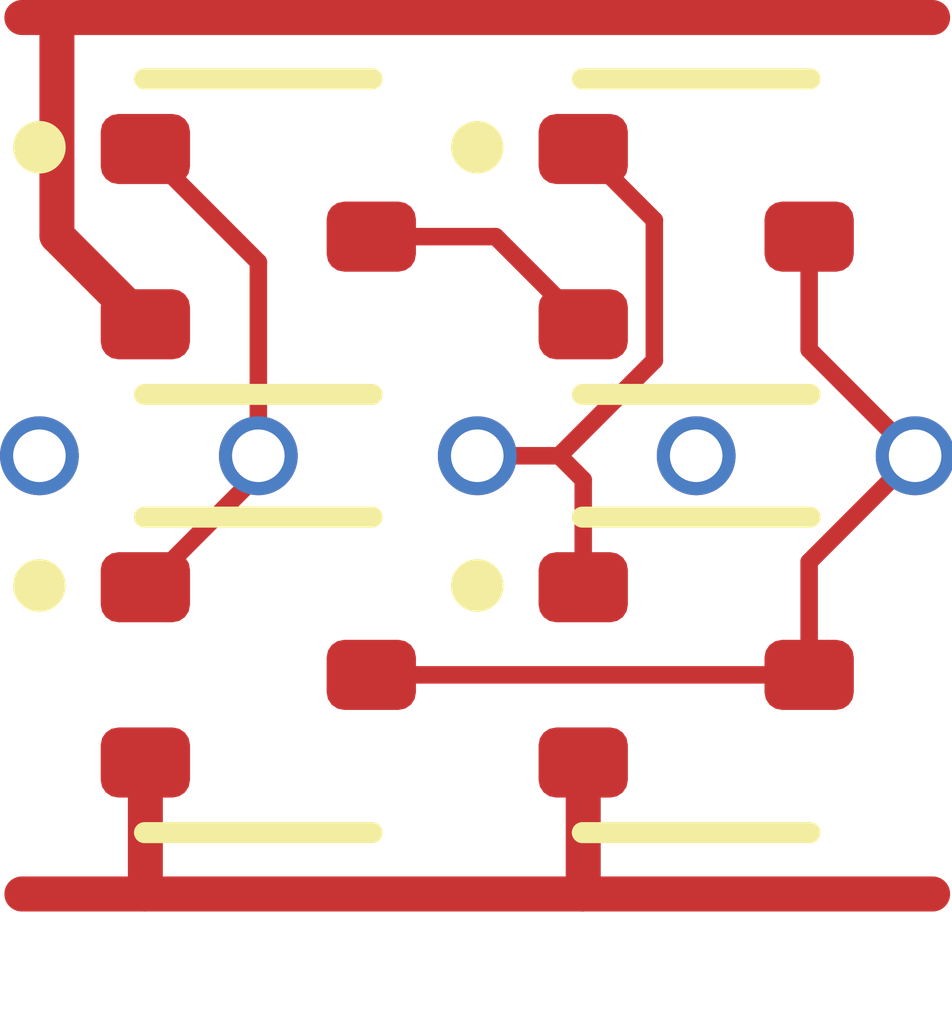
<source format=kicad_pcb>
(kicad_pcb (version 20241229) (generator "pcbnew") (generator_version "9.0")
  (layers (0 "F.Cu" signal) (2 "B.Cu" signal) (13 "F.Paste" user) (15 "B.Paste" user) (5 "F.SilkS" user "F.Silkscreen") (7 "B.SilkS" user "B.Silkscreen") (1 "F.Mask" user) (3 "B.Mask" user) (25 "Edge.Cuts" user))
  (net 0 "")
  (net 1 "GND")
  (net 2 "A")
  (net 3 "Y")
  (net 4 "B")
  (net 5 "C")
  (net 6 "VDD")
  (footprint "Package_TO_SOT_SMD:SOT-523" (layer "F.Cu") (at 3.75 3.75)
    (property "Reference" "N2" (hide yes))
    (property "Value" "")
    (fp_line (start 0.65 -0.9) (end -0.65 -0.9) (stroke (width 0.12)) (layer "F.SilkS"))
    (fp_line (start 0.65 0.9) (end -0.65 0.9) (stroke (width 0.12)) (layer "F.SilkS"))
    (fp_circle (center -1.25 -0.51) (end -1.1 -0.51) (fill yes) (layer "F.SilkS"))
    (pad "1" smd roundrect (at -0.645 -0.5 180) (size 0.51 0.4) (layers "F.Cu" "F.Mask" "F.Paste") (net 4 "B"))
    (pad "2" smd roundrect (at -0.645 0.5 180) (size 0.51 0.4) (layers "F.Cu" "F.Mask" "F.Paste") (net 1 "GND"))
    (pad "3" smd roundrect (at 0.645 0 180) (size 0.51 0.4) (layers "F.Cu" "F.Mask" "F.Paste") (net 3 "Y"))
  )
  (footprint "Package_TO_SOT_SMD:SOT-523" (layer "F.Cu") (at 1.25 1.25)
    (property "Reference" "P1" (hide yes))
    (property "Value" "")
    (fp_line (start 0.65 -0.9) (end -0.65 -0.9) (stroke (width 0.12)) (layer "F.SilkS"))
    (fp_line (start 0.65 0.9) (end -0.65 0.9) (stroke (width 0.12)) (layer "F.SilkS"))
    (fp_circle (center -1.25 -0.51) (end -1.1 -0.51) (fill yes) (layer "F.SilkS"))
    (pad "1" smd roundrect (at -0.645 -0.5 180) (size 0.51 0.4) (layers "F.Cu" "F.Mask" "F.Paste") (net 2 "A"))
    (pad "2" smd roundrect (at -0.645 0.5 180) (size 0.51 0.4) (layers "F.Cu" "F.Mask" "F.Paste") (net 6 "VDD"))
    (pad "3" smd roundrect (at 0.645 0 180) (size 0.51 0.4) (layers "F.Cu" "F.Mask" "F.Paste") (net 5 "C"))
  )
  (footprint "Package_TO_SOT_SMD:SOT-523" (layer "F.Cu") (at 1.25 3.75)
    (property "Reference" "N1" (hide yes))
    (property "Value" "")
    (fp_line (start 0.65 -0.9) (end -0.65 -0.9) (stroke (width 0.12)) (layer "F.SilkS"))
    (fp_line (start 0.65 0.9) (end -0.65 0.9) (stroke (width 0.12)) (layer "F.SilkS"))
    (fp_circle (center -1.25 -0.51) (end -1.1 -0.51) (fill yes) (layer "F.SilkS"))
    (pad "1" smd roundrect (at -0.645 -0.5 180) (size 0.51 0.4) (layers "F.Cu" "F.Mask" "F.Paste") (net 2 "A"))
    (pad "2" smd roundrect (at -0.645 0.5 180) (size 0.51 0.4) (layers "F.Cu" "F.Mask" "F.Paste") (net 1 "GND"))
    (pad "3" smd roundrect (at 0.645 0 180) (size 0.51 0.4) (layers "F.Cu" "F.Mask" "F.Paste") (net 3 "Y"))
  )
  (footprint "Package_TO_SOT_SMD:SOT-523" (layer "F.Cu") (at 3.75 1.25)
    (property "Reference" "P2" (hide yes))
    (property "Value" "")
    (fp_line (start 0.65 -0.9) (end -0.65 -0.9) (stroke (width 0.12)) (layer "F.SilkS"))
    (fp_line (start 0.65 0.9) (end -0.65 0.9) (stroke (width 0.12)) (layer "F.SilkS"))
    (fp_circle (center -1.25 -0.51) (end -1.1 -0.51) (fill yes) (layer "F.SilkS"))
    (pad "1" smd roundrect (at -0.645 -0.5 180) (size 0.51 0.4) (layers "F.Cu" "F.Mask" "F.Paste") (net 4 "B"))
    (pad "2" smd roundrect (at -0.645 0.5 180) (size 0.51 0.4) (layers "F.Cu" "F.Mask" "F.Paste") (net 5 "C"))
    (pad "3" smd roundrect (at 0.645 0 180) (size 0.51 0.4) (layers "F.Cu" "F.Mask" "F.Paste") (net 3 "Y"))
  )
  (via (at 0 2.5) (size 0.45) (drill 0.3) (layers "F.Cu" "B.Cu") (net 0))
  (via (at 3.75 2.5) (size 0.45) (drill 0.3) (layers "F.Cu" "B.Cu") (net 0))
  (segment (start 0.605 4.995) (end 0.6 5) (width 0.2) (layer "F.Cu") (net 1))
  (segment (start 0.605 4.25) (end 0.605 4.995) (width 0.2) (layer "F.Cu") (net 1))
  (segment (start 3.1 5) (end -0.1 5) (width 0.2) (layer "F.Cu") (net 1))
  (segment (start 3.105 4.25) (end 3.105 4.995) (width 0.2) (layer "F.Cu") (net 1))
  (segment (start 5.1 5) (end 3.1 5) (width 0.2) (layer "F.Cu") (net 1))
  (segment (start 3.105 4.995) (end 3.1 5) (width 0.2) (layer "F.Cu") (net 1))
  (segment (start 1.25 2.605) (end 0.605 3.25) (width 0.1) (layer "F.Cu") (net 2))
  (segment (start 0.605 0.75) (end 1.25 1.395) (width 0.1) (layer "F.Cu") (net 2))
  (segment (start 1.25 2.5) (end 1.25 2.605) (width 0.1) (layer "F.Cu") (net 2))
  (segment (start 1.25 1.395) (end 1.25 2.5) (width 0.1) (layer "F.Cu") (net 2))
  (via (at 1.25 2.5) (size 0.45) (drill 0.3) (layers "F.Cu" "B.Cu") (net 2))
  (segment (start 4.395 3.75) (end 1.895 3.75) (width 0.1) (layer "F.Cu") (net 3))
  (segment (start 4.395 1.25) (end 4.395 1.895) (width 0.1) (layer "F.Cu") (net 3))
  (segment (start 4.395 3.105) (end 4.395 3.75) (width 0.1) (layer "F.Cu") (net 3))
  (segment (start 5 2.5) (end 4.395 3.105) (width 0.1) (layer "F.Cu") (net 3))
  (segment (start 4.395 1.895) (end 5 2.5) (width 0.1) (layer "F.Cu") (net 3))
  (via (at 5 2.5) (size 0.45) (drill 0.3) (layers "F.Cu" "B.Cu") (net 3))
  (segment (start 3.511 1.156) (end 3.511 1.956738) (width 0.1) (layer "F.Cu") (net 4))
  (segment (start 3.105 3.25) (end 3.105 2.637262) (width 0.1) (layer "F.Cu") (net 4))
  (segment (start 3.105 0.75) (end 3.511 1.156) (width 0.1) (layer "F.Cu") (net 4))
  (segment (start 2.967738 2.5) (end 2.5 2.5) (width 0.1) (layer "F.Cu") (net 4))
  (segment (start 3.105 2.637262) (end 2.967738 2.5) (width 0.1) (layer "F.Cu") (net 4))
  (segment (start 3.511 1.956738) (end 2.967738 2.5) (width 0.1) (layer "F.Cu") (net 4))
  (via (at 2.5 2.5) (size 0.45) (drill 0.3) (layers "F.Cu" "B.Cu") (net 4))
  (segment (start 2.605 1.25) (end 3.105 1.75) (width 0.1) (layer "F.Cu") (net 5))
  (segment (start 1.895 1.25) (end 2.605 1.25) (width 0.1) (layer "F.Cu") (net 5))
  (segment (start 5.1 0) (end -0.1 0) (width 0.2) (layer "F.Cu") (net 6))
  (segment (start 0.1 1.245) (end 0.1 0) (width 0.2) (layer "F.Cu") (net 6))
  (segment (start 0.605 1.75) (end 0.1 1.245) (width 0.2) (layer "F.Cu") (net 6))
)
</source>
